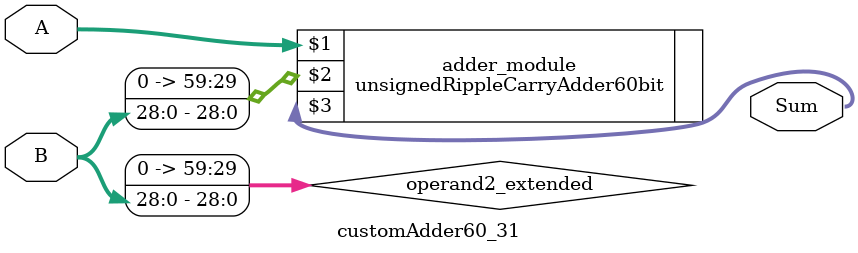
<source format=v>
module customAdder60_31(
                        input [59 : 0] A,
                        input [28 : 0] B,
                        
                        output [60 : 0] Sum
                );

        wire [59 : 0] operand2_extended;
        
        assign operand2_extended =  {31'b0, B};
        
        unsignedRippleCarryAdder60bit adder_module(
            A,
            operand2_extended,
            Sum
        );
        
        endmodule
        
</source>
